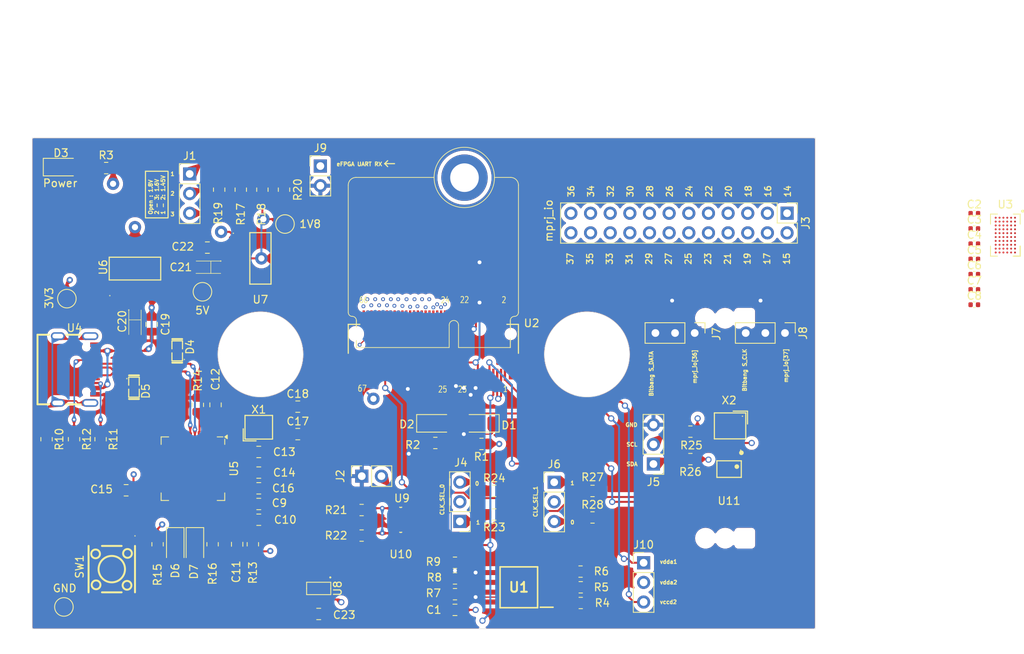
<source format=kicad_pcb>
(kicad_pcb (version 20240108) (generator "pcbnew") (generator_version "8.0")
  (title_block (title "FABulous Board") (rev "0.1"))
  (layers (0 "F.Cu" signal) (1 "In1.Cu" power "GND") (2 "In2.Cu" power "PWR") (31 "B.Cu" signal) (34 "B.Paste" user) (35 "F.Paste" user) (36 "B.SilkS" user "B.Silkscreen") (37 "F.SilkS" user "F.Silkscreen") (38 "B.Mask" user) (39 "F.Mask" user) (44 "Edge.Cuts" user))
  (net 0 "")
  (net 1 "+3V3")
  (net 2 "GND")
  (net 3 "/Caravel Connections/vdda2")
  (net 4 "/Caravel Connections/vccd2")
  (net 5 "+1V8")
  (net 6 "/Caravel Connections/vdda1")
  (net 7 "/PC connection/Oscillator/OSC1")
  (net 8 "/PC connection/Oscillator/OSC2")
  (net 9 "Net-(D1-A)")
  (net 10 "Net-(D2-A)")
  (net 11 "/Caravel Connections/GPIO")
  (net 12 "Net-(D6-A)")
  (net 13 "/Caravel_SPI.CS")
  (net 14 "/Caravel_SPI.DI")
  (net 15 "/Caravel Connections/mprj_io.37")
  (net 16 "Net-(J4-Pin_3)")
  (net 17 "/Caravel_SPI.SCK")
  (net 18 "/Caravel_SPI.DO")
  (net 19 "/~{UART_EN}")
  (net 20 "/PC connection/~{MR}")
  (net 21 "/FTDI_SPI.DO")
  (net 22 "/FTDI_SPI.SCK")
  (net 23 "/FTDI_SPI.DI")
  (net 24 "Net-(U4-CC2)")
  (net 25 "Net-(U4-CC1)")
  (net 26 "/FTDI_SPI.CS")
  (net 33 "/UART.RX")
  (net 34 "/UART.TX")
  (net 35 "+5V")
  (net 36 "/Caravel Connections/mprj_io.30")
  (net 37 "/Caravel Connections/mprj_io.14")
  (net 38 "/Caravel Connections/mprj_io.31")
  (net 39 "/Caravel Connections/mprj_io.28")
  (net 40 "/Caravel Connections/mprj_io.26")
  (net 41 "/Caravel Connections/mprj_io.23")
  (net 42 "/Caravel Connections/mprj_io.15")
  (net 43 "/Caravel Connections/mprj_io.32")
  (net 44 "/Caravel Connections/Bitbang.S_CLK")
  (net 45 "/Caravel Connections/mprj_io.22")
  (net 46 "/Caravel Connections/Bitbang.S_DATA")
  (net 47 "/Caravel Connections/mprj_io.35")
  (net 48 "/Caravel Connections/mprj_io.34")
  (net 49 "/Caravel Connections/mprj_io.29")
  (net 50 "/Caravel Connections/mprj_io.18")
  (net 51 "/Caravel Connections/mprj_io.24")
  (net 52 "/Caravel Connections/mprj_io.16")
  (net 53 "/Caravel Connections/mprj_io.19")
  (net 54 "/Caravel Connections/~{RST}")
  (net 55 "/Caravel Connections/mprj_io.25")
  (net 56 "/Caravel Connections/mprj_io.33")
  (net 57 "/Caravel Connections/mprj_io.27")
  (net 58 "/Caravel Connections/mprj_io.20")
  (net 59 "/Caravel Connections/mprj_io.17")
  (net 60 "/Caravel Connections/mprj_io.21")
  (net 70 "/efpga_uart_rx")
  (net 82 "/Power conversion/ADJ_1_45")
  (net 83 "/Power conversion/ADJ")
  (net 84 "/PC connection/~{RESET}")
  (net 85 "/PC connection/RX_LED")
  (net 86 "/PC connection/TX_LED")
  (net 87 "/PC connection/VCCCORE")
  (net 88 "/PC connection/VCCA")
  (net 89 "/PC connection/D-")
  (net 90 "/PC connection/D+")
  (net 91 "/PC connection/Shield")
  (net 92 "/PC connection/REF")
  (net 93 "Net-(D3-A)")
  (net 94 "Net-(D7-A)")
  (net 95 "/Caravel Connections/fpga_rx_led")
  (net 96 "/Power conversion/ADJ_1_6")
  (net 97 "Net-(U11-XB)")
  (net 100 "Net-(J4-Pin_1)")
  (net 101 "/FC.clock_select_0")
  (net 102 "/I2C.SCL")
  (net 103 "/I2C.SDA")
  (net 104 "Net-(J6-Pin_3)")
  (net 105 "/FC.clock_select_1")
  (net 106 "Net-(J6-Pin_1)")
  (net 107 "/Caravel Connections/mprj_io_37_internal")
  (net 108 "/Caravel Connections/mprj_io.36")
  (net 109 "/Caravel Connections/mprj_io_36_internal")
  (net 110 "Net-(U1-~{WP}(D2))")
  (net 111 "Net-(U1-~{HOLD}(D3))")
  (net 112 "/CLK_caravel")
  (net 113 "/FC.external_clock")
  (net 114 "Net-(U11-XA)")
  (footprint "Resistor_SMD:R_0805_2012Metric" (layer "F.Cu") (at 158.242 124.968)
    (property "Reference" "R8")
    (property "Value" "10k")
  )
  (footprint "MicroMod-Sparkfun:M.2-CONNECTOR-E" (layer "F.Cu") (at 155.448 93.345)
    (property "Reference" "U2")
    (property "Value" "~" (hide yes))
  )
  (footprint "Connector_PinHeader_2.54mm:PinHeader_1x03_P2.54mm_Vertical" (layer "F.Cu") (at 123.952 72.644)
    (property "Reference" "J1")
    (property "Value" "Conn_01x03_Pin")
  )
  (footprint "Resistor_SMD:R_0805_2012Metric" (layer "F.Cu") (at 163.322 113.65)
    (property "Reference" "R24")
    (property "Value" "R")
  )
  (footprint "Connector_PinSocket_2.54mm:PinSocket_1x02_P2.54mm_Vertical" (layer "F.Cu") (at 146.197 111.735 90)
    (property "Reference" "J2")
    (property "Value" "Conn_01x02_Socket")
  )
  (footprint "easy_eda:CASE-A_3216" (layer "F.Cu") (at 126.365 84.709 180)
    (property "Reference" "C21")
    (property "Value" "4.7uF")
  )
  (footprint "Caravel_Board:Caravel_WCSP_0_25_mm_bga" (layer "F.Cu") (at 229.382 80.554)
    (property "Reference" "U3")
    (property "Value" "~")
  )
  (footprint "Capacitor_SMD:C_0402_1005Metric" (layer "F.Cu") (at 225.372 77.7402)
    (property "Reference" "C2")
    (property "Value" "0.1uF")
  )
  (footprint "Connector_PinHeader_2.54mm:PinHeader_1x03_P2.54mm_Vertical" (layer "F.Cu") (at 171.069 112.522)
    (property "Reference" "J6")
    (property "Value" "Conn_01x03_Pin")
  )
  (footprint "Resistor_SMD:R_0805_2012Metric" (layer "F.Cu") (at 119.8007 120.545884 90)
    (property "Reference" "R15")
    (property "Value" "150")
  )
  (footprint "Resistor_SMD:R_0805_2012Metric" (layer "F.Cu") (at 176.022 113.65 180)
    (property "Reference" "R27")
    (property "Value" "R")
  )
  (footprint "Resistor_SMD:R_0805_2012Metric" (layer "F.Cu") (at 146.177 119.421)
    (property "Reference" "R22")
    (property "Value" "10k")
  )
  (footprint "Resistor_SMD:R_0805_2012Metric" (layer "F.Cu") (at 155.702 107.442)
    (property "Reference" "R2")
    (property "Value" "82 ")
  )
  (footprint "Resistor_SMD:R_0805_2012Metric" (layer "F.Cu") (at 127.762 74.676 -90)
    (property "Reference" "R19")
    (property "Value" "330")
  )
  (footprint "Caravel_Board:PoR_5_SOT23" (layer "F.Cu") (at 140.6287 126.260884 -90)
    (property "Reference" "U8")
    (property "Value" "MCP1319MT-29LE-OT")
  )
  (footprint "Resistor_SMD:R_0805_2012Metric" (layer "F.Cu") (at 163.322 116.698 180)
    (property "Reference" "R23")
    (property "Value" "R")
  )
  (footprint "MicroMod-Sparkfun:MicroMod-Standoff" (layer "F.Cu") (at 159.473675 73.1235)
    (property "Reference" "H1" (hide yes))
    (property "Value" "MICROMOD-Standoff")
  )
  (footprint "easy_eda:MSOP-10_L3.0-W3.0-P0.50-LS5.0-BL" (layer "F.Cu") (at 193.673966 110.820771 180)
    (property "Reference" "U11")
    (property "Value" "SI5351A-B-GTR")
  )
  (footprint "Capacitor_SMD:C_0402_1005Metric" (layer "F.Cu") (at 225.372 81.6802)
    (property "Reference" "C4")
    (property "Value" "0.1uF")
  )
  (footprint "Resistor_SMD:R_0805_2012Metric" (layer "F.Cu") (at 158.242 122.936)
    (property "Reference" "R9")
    (property "Value" "10k")
  )
  (footprint "Resistor_SMD:R_0805_2012Metric" (layer "F.Cu") (at 188.673442 105.972942 180)
    (property "Reference" "R25")
    (property "Value" "2k")
  )
  (footprint "Capacitor_SMD:C_0805_2012Metric" (layer "F.Cu") (at 132.8817 108.607884 180)
    (property "Reference" "C13")
    (property "Value" "0.1uF")
  )
  (footprint "Connector_PinHeader_2.54mm:PinHeader_1x03_P2.54mm_Vertical" (layer "F.Cu") (at 182.626 122.936)
    (property "Reference" "J10")
    (property "Value" "Conn_01x03_Pin")
  )
  (footprint "Resistor_SMD:R_0805_2012Metric" (layer "F.Cu") (at 132.1197 120.545884 90)
    (property "Reference" "R13")
    (property "Value" "10k ")
  )
  (footprint "easy_eda:SW_SMD_4P_L6.0_W6.0-P4.5-LS8.6" (layer "F.Cu") (at 113.882936 123.761873 -90)
    (property "Reference" "SW1")
    (property "Value" "Tactile Switch")
  )
  (footprint "easy_eda:USB-C-SMD_G-SWITCH_GT-USB-7010ASV" (layer "F.Cu") (at 109.312224 97.93991 -90)
    (property "Reference" "U4")
    (property "Value" "GT-USB-7010ASV")
  )
  (footprint "Capacitor_SMD:C_0805_2012Metric" (layer "F.Cu") (at 119.0387 92.097884 -90)
    (property "Reference" "C19")
    (property "Value" "10uF")
  )
  (footprint "strive_foot_prints:SOT65P210X110-5N" (layer "F.Cu") (at 151.2316 119.7766)
    (property "Reference" "U10")
    (property "Value" "SN74LVC1G125DCKR")
  )
  (footprint "Resistor_SMD:R_0805_2012Metric" (layer "F.Cu") (at 109.0057 106.956884 -90)
    (property "Reference" "R12")
    (property "Value" "5.1k")
  )
  (footprint "Capacitor_SMD:C_0805_2012Metric" (layer "F.Cu") (at 137.922 106.299 180)
    (property "Reference" "C17")
    (property "Value" "10pF")
  )
  (footprint "easy_eda:CASE-A_3216" (layer "F.Cu") (at 116.8797 91.843884 -90)
    (property "Reference" "C20")
    (property "Value" "22uF")
  )
  (footprint "Resistor_SMD:R_0805_2012Metric" (layer "F.Cu") (at 112.4347 106.956884 -90)
    (property "Reference" "R11")
    (property "Value" "5.1k")
  )
  (footprint "Resistor_SMD:R_0805_2012Metric" (layer "F.Cu") (at 174.498 128.143 180)
    (property "Reference" "R4")
    (property "Value" "10k")
  )
  (footprint "Resistor_SMD:R_0805_2012Metric" (layer "F.Cu") (at 126.9127 120.545884 90)
    (property "Reference" "R16")
    (property "Value" "150 ")
  )
  (footprint "TestPoint:TestPoint_Pad_D2.0mm" (layer "F.Cu") (at 136.271 79.121)
    (property "Reference" "TP4" (hide yes))
    (property "Value" "TestPoint")
  )
  (footprint "Resistor_SMD:R_0805_2012Metric" (layer "F.Cu") (at 174.4745 124.079 180)
    (property "Reference" "R6")
    (property "Value" "10k")
  )
  (footprint "Capacitor_SMD:C_0805_2012Metric" (layer "F.Cu") (at 127.2937 102.511884 -90)
    (property "Reference" "C12")
    (property "Value" "0.1uF")
  )
  (footprint "Capacitor_SMD:C_0805_2012Metric" (layer "F.Cu") (at 158.242 129.032)
    (property "Reference" "C1")
    (property "Value" "0.1uF")
  )
  (footprint "Resistor_SMD:R_0805_2012Metric" (layer "F.Cu") (at 130.556 74.676 -90)
    (property "Reference" "R17")
    (property "Value" "220")
  )
  (footprint "easy_eda:SOT-223-3_L6.5-W3.4-P2.30-LS7.0-BR" (layer "F.Cu") (at 116.8797 84.985884 -90)
    (property "Reference" "U6")
    (property "Value" "AMS1117-3_3")
  )
  (footprint "Capacitor_SMD:C_0402_1005Metric" (layer "F.Cu") (at 225.372 89.5602)
    (property "Reference" "C8")
    (property "Value" "0.1uF")
  )
  (footprint "strive_foot_prints:SOIC127P790X216-8N" (layer "F.Cu") (at 166.497 126.111 180)
    (property "Reference" "U1")
    (property "Value" "W25Q32FVSS" (hide yes))
  )
  (footprint "Resistor_SMD:R_0805_2012Metric" (layer "F.Cu") (at 158.242 127)
    (property "Reference" "R7")
    (property "Value" "10k")
  )
  (footprint "Capacitor_SMD:C_0805_2012Metric" (layer "F.Cu") (at 132.8817 115.338884)
    (property "Reference" "C9")
    (property "Value" "0.1uF")
  )
  (footprint "easy_eda:CRYSTAL-SMD_4P-L3.2-W2.5-BL" (layer "F.Cu") (at 193.800966 105.232771 180)
    (property "Reference" "X2")
    (property "Value" "NX3225GA-25_000M-STD-CRG-2")
  )
  (footprint "Connector_PinHeader_2.54mm:PinHeader_2x12_P2.54mm_Vertical" (layer "F.Cu") (at 201.168 77.724 -90)
    (property "Reference" "J3")
    (property "Value" "Conn_02x12_Odd_Even")
  )
  (footprint "Capacitor_SMD:C_0805_2012Metric" (layer "F.Cu") (at 115.7367 113.560884)
    (property "Reference" "C15")
    (property "Value" "0.1uF")
  )
  (footprint "Connector_PinHeader_2.54mm:PinHeader_1x03_P2.54mm_Vertical" (layer "F.Cu") (at 189.23 93.218 -90)
    (property "Reference" "J7")
    (property "Value" "Conn_01x03_Pin")
  )
  (footprint "Resistor_SMD:R_0805_2012Metric" (layer "F.Cu") (at 174.498 126.111 180)
    (property "Reference" "R5")
    (property "Value" "10k")
  )
  (footprint "Capacitor_SMD:C_0402_1005Metric" (layer "F.Cu") (at 225.372 79.7102)
    (property "Reference" "C3")
    (property "Value" "0.1uF")
  )
  (footprint "LED_SMD:LED_1206_3216Metric" (layer "F.Cu") (at 155.575 104.902)
    (property "Reference" "D2")
    (property "Value" "red")
  )
  (footprint "TestPoint:TestPoint_Pad_D2.0mm" (layer "F.Cu") (at 125.603 87.884 180)
    (property "Reference" "TP3" (hide yes))
    (property "Value" "TestPoint")
  )
  (footprint "Capacitor_SMD:C_0805_2012Metric" (layer "F.Cu") (at 132.8817 117.370884)
    (property "Reference" "C10")
    (property "Value" "0.1uF")
  )
  (footprint "Connector_PinHeader_2.54mm:PinHeader_1x02_P2.54mm_Vertical" (layer "F.Cu") (at 140.843 71.623)
    (property "Reference" "J9")
    (property "Value" "Conn_01x02_Pin")
  )
  (footprint "Connector_PinHeader_2.54mm:PinHeader_1x03_P2.54mm_Vertical" (layer "F.Cu") (at 158.877 117.587 180)
    (property "Reference" "J4")
    (property "Value" "Conn_01x03_Pin")
  )
  (footprint "Capacitor_SMD:C_0402_1005Metric" (layer "F.Cu") (at 225.372 85.6202)
    (property "Reference" "C6")
    (property "Value" "0.1uF")
  )
  (footprint "Capacitor_SMD:C_0805_2012Metric" (layer "F.Cu") (at 132.8817 111.274884 180)
    (property "Reference" "C14")
    (property "Value" "0.1uF")
  )
  (footprint "Resistor_SMD:R_0805_2012Metric" (layer "F.Cu") (at 136.144 74.676 -90)
    (property "Reference" "R20")
    (property "Value" "120")
  )
  (footprint "Capacitor_SMD:C_0805_2012Metric" (layer "F.Cu") (at 132.8817 113.306884 180)
    (property "Reference" "C16")
    (property "Value" "0.1uF")
  )
  (footprint "easy_eda:D0603-BI" (layer "F.Cu") (at 122.3407 95.526884 90)
    (property "Reference" "D4")
    (property "Value" "PGB1010603NR")
  )
  (footprint "TestPoint:TestPoint_Pad_D2.0mm" (layer "F.Cu") (at 107.696 128.651 90)
    (property "Reference" "TP1" (hide yes))
    (property "Value" "TestPoint")
  )
  (footprint "Resistor_SMD:R_0805_2012Metric" (layer "F.Cu") (at 188.673442 109.528942 180)
    (property "Reference" "R26")
    (property "Value" "2k")
  )
  (footprint "Connector_PinHeader_2.54mm:PinHeader_1x03_P2.54mm_Vertical" (layer "F.Cu") (at 200.899 93.218 -90)
    (property "Reference" "J8")
    (property "Value" "Conn_01x03_Pin")
  )
  (footprint "Resistor_SMD:R_0805_2012Metric" (layer "F.Cu") (at 113.157 71.882 180)
    (property "Reference" "R3")
    (property "Value" "82")
  )
  (footprint "strive_foot_prints:SOT65P210X110-5N" (layer "F.Cu") (at 151.2316 116.543)
    (property "Reference" "U9")
    (property "Value" "SN74LVC1G125DCKR")
  )
  (footprint "Resistor_SMD:R_0805_2012Metric" (layer "F.Cu") (at 125.0077 102.511884 -90)
    (property "Reference" "R14")
    (property "Value" "12K ")
  )
  (footprint "Capacitor_SMD:C_0805_2012Metric" (layer "F.Cu") (at 140.6287 129.562884)
    (property "Reference" "C23")
    (property "Value" "0.1uF")
  )
  (footprint "Connector_PinHeader_2.54mm:PinHeader_1x03_P2.54mm_Vertical" (layer "F.Cu") (at 183.895742 110.166058 180)
    (property "Reference" "J5")
    (property "Value" "Conn_01x03_Pin")
  )
  (footprint "Capacitor_SMD:C_0402_1005Metric" (layer "F.Cu") (at 225.372 87.5902)
    (property "Reference" "C7")
    (property "Value" "0.1uF")
  )
  (footprint "Capacitor_SMD:C_0805_2012Metric" (layer "F.Cu") (at 130.0877 120.545884 90)
    (property "Reference" "C11")
    (property "Value" "0.1uF")
  )
  (footprint "easy_eda:SOT-223-4_L6.5-W3.5-P2.30-LS7.0-BR" (layer "F.Cu") (at 133.096 83.566 180)
    (property "Reference" "U7")
    (property "Value" "SPX1117M3-L-1-5_TR")
  )
  (footprint "LED_SMD:LED_1206_3216Metric" (layer "F.Cu") (at 107.315 71.755)
    (property "Reference" "D3")
    (property "Value" "red")
  )
  (footprint "Capacitor_SMD:C_0402_1005Metric" (layer "F.Cu") (at 225.372 83.6502)
    (property "Reference" "C5")
    (property "Value" "0.1uF")
  )
  (footprint "LED_SMD:LED_1206_3216Metric" (layer "F.Cu") (at 161.671 104.902 180)
    (property "Reference" "D1")
    (property "Value" "red")
  )
  (footprint "Capacitor_SMD:C_0805_2012Metric" (layer "F.Cu") (at 137.922 102.743 180)
    (property "Reference" "C18")
    (property "Value" "10pF")
  )
  (footprint "Capacitor_SMD:C_0805_2012Metric" (layer "F.Cu") (at 126.238 82.169 180)
    (property "Reference" "C22")
    (property "Value" "10uF")
  )
  (footprint "easy_eda:CRYSTAL-SMD_4P-L2.5-W2.0-BL" (layer "F.Cu") (at 132.8817 105.41)
    (property "Reference" "X1")
    (property "Value" "TXM12M0004252DBCEO00T")
  )
  (footprint "Resistor_SMD:R_0805_2012Metric" (layer "F.Cu") (at 176.022 117.079)
    (property "Reference" "R28")
    (property "Value" "R")
  )
  (footprint "Resistor_SMD:R_0805_2012Metric" (layer "F.Cu") (at 105.4497 106.956884 -90)
    (property "Reference" "R10")
    (property "Value" "0")
  )
  (footprint "Resistor_SMD:R_0805_2012Metric" (layer "F.Cu") (at 133.35 74.676 90)
    (property "Reference" "R18")
    (property "Value" "510")
  )
  (footprint "LED_SMD:LED_1206_3216Metric" (layer "F.Cu") (at 122.0867 120.672884 -90)
    (property "Reference" "D6")
    (property "Value" "red")
  )
  (footprint "Resistor_SMD:R_0805_2012Metric" (layer "F.Cu") (at 161.671 107.569 180)
    (property "Reference" "R1")
    (property "Value" "82 ")
  )
  (footprint "TestPoint:TestPoint_Pad_D2.0mm" (layer "F.Cu") (at 108.077 88.773 90)
    (property "Reference" "TP2" (hide yes))
    (property "Value" "TestPoint")
  )
  (footprint "LED_SMD:LED_1206_3216Metric" (layer "F.Cu") (at 124.6267 120.672884 -90)
    (property "Reference" "D7")
    (property "Value" "red")
  )
  (footprint "easy_eda:D0603-BI" (layer "F.Cu") (at 116.7527 100.225884 -90)
    (property "Reference" "D5")
    (property "Value" "PGB1010603NR")
  )
  (footprint "Package_DFN_QFN:QFN-48-1EP_8x8mm_P0.5mm_EP6.2x6.2mm" (layer "F.Cu") (at 124.3727 110.766884 -90)
    (property "Reference" "U5")
    (property "Value" "FT232H")
  )
  (footprint "Resistor_SMD:R_0805_2012Metric" (layer "F.Cu") (at 146.177 116.119)
    (property "Reference" "R21")
    (property "Value" "10k")
  )
  (gr_line (start 149.1615 71.3105) (end 150.4315 71.3105) (stroke (width 0.15)) (layer "F.SilkS"))
  (gr_line (start 149.1615 71.3105) (end 149.5425 71.6915) (stroke (width 0.15)) (layer "F.SilkS"))
  (gr_line (start 149.1615 71.3105) (end 149.5425 70.9295) (stroke (width 0.15)) (layer "F.SilkS"))
  (gr_rect (start 103.6057 67.976884) (end 204.8057 131.476884) (stroke (width 0.05)) (fill none) (layer "Edge.Cuts"))
  (gr_circle (center 133.1057 95.976884) (end 138.6057 95.976884) (stroke (width 0.05)) (fill none) (layer "Edge.Cuts"))
  (gr_circle (center 175.3057 95.976884) (end 180.8057 95.976884) (stroke (width 0.05)) (fill none) (layer "Edge.Cuts"))
  (gr_text "mprj_io[37]" (at 201.026 99.695 90) (layer "F.SilkS") (effects (font (size 0.5 0.5) (thickness 0.125)) (justify left)))
  (gr_text "SCL" (at 180.339742 107.641058 0) (layer "F.SilkS") (effects (font (size 0.5 0.5) (thickness 0.125)) (justify left)))
  (gr_text "3" (at 121.412 77.851 0) (layer "F.SilkS") (effects (font (size 0.5 0.5) (thickness 0.125)) (justify left)))
  (gr_text "1" (at 160.909 117.729 0) (layer "F.SilkS") (effects (font (size 0.5 0.5) (thickness 0.125)) (justify left)))
  (gr_text "GND" (at 180.212742 105.101058 0) (layer "F.SilkS") (effects (font (size 0.5 0.5) (thickness 0.125)) (justify left)))
  (gr_text "GND" (at 106.172 126.238 0) (layer "F.SilkS") (effects (font (size 1 1)) (justify left)))
  (gr_text "0" (at 161.417 112.649 180) (layer "F.SilkS") (effects (font (size 0.5 0.5) (thickness 0.125)) (justify left)))
  (gr_text "SDA" (at 180.339742 110.181058 0) (layer "F.SilkS") (effects (font (size 0.5 0.5) (thickness 0.125)) (justify left)))
  (gr_text "CLK_SEL_1" (at 168.656 117.094 90) (layer "F.SilkS") (effects (font (size 0.5 0.5) (thickness 0.125)) (justify left)))
  (gr_text "Power" (at 104.902 74.422 0) (layer "F.SilkS") (effects (font (size 1 1)) (justify left bottom)))
  (gr_text "mprj_io" (at 170.942 81.534 90) (layer "F.SilkS") (effects (font (size 1 1)) (justify left bottom)))
  (gr_text "0" (at 173.101 117.714 0) (layer "F.SilkS") (effects (font (size 0.5 0.5) (thickness 0.125)) (justify left)))
  (gr_text "5V\n" (at 124.587 90.297 0) (layer "F.SilkS") (effects (font (size 1 1)) (justify left)))
  (gr_text "Bitbang S_DATA" (at 183.627 101.473 90) (layer "F.SilkS") (effects (font (size 0.5 0.5) (thickness 0.125)) (justify left)))
  (gr_text "vdda1" (at 184.658 122.809 0) (layer "F.SilkS") (effects (font (size 0.5 0.5) (thickness 0.125)) (justify left)))
  (gr_text "eFPGA UART RX" (at 142.875 71.374 0) (layer "F.SilkS") (effects (font (size 0.5 0.5) (thickness 0.125)) (justify left)))
  (gr_text "mprj_io[36]" (at 189.23 99.822 90) (layer "F.SilkS") (effects (font (size 0.5 0.5) (thickness 0.125)) (justify left)))
  (gr_text "Bitbang S_CLK" (at 195.692 100.838 90) (layer "F.SilkS") (effects (font (size 0.5 0.5) (thickness 0.125)) (justify left)))
  (gr_text "1V8" (at 138.049 79.121 0) (layer "F.SilkS") (effects (font (size 1 1)) (justify left)))
  (gr_text "3V3" (at 105.791 90.17 90) (layer "F.SilkS") (effects (font (size 1 1)) (justify left)))
  (gr_text "vccd2" (at 184.658 128.016 0) (layer "F.SilkS") (effects (font (size 0.5 0.5) (thickness 0.125)) (justify left)))
  (gr_text "1" (at 121.412 72.644 0) (layer "F.SilkS") (effects (font (size 0.5 0.5) (thickness 0.125)) (justify left)))
  (gr_text "CLK_SEL_0" (at 156.591 116.84 90) (layer "F.SilkS") (effects (font (size 0.5 0.5) (thickness 0.125)) (justify left)))
  (gr_text "1" (at 173.101 112.634 0) (layer "F.SilkS") (effects (font (size 0.5 0.5) (thickness 0.125)) (justify left)))
  (gr_text "2" (at 121.412 75.184 0) (layer "F.SilkS") (effects (font (size 0.5 0.5) (thickness 0.125)) (justify left)))
  (gr_text "vdda2" (at 184.658 125.476 0) (layer "F.SilkS") (effects (font (size 0.5 0.5) (thickness 0.125)) (justify left)))
  (gr_text_box "37\n\n35\n\n33\n\n31\n\n29\n\n27\n\n25\n\n23\n\n21\n\n19\n\n17\n\n15" (start 172.085 82.169) (end 202.057 89.916) (angle 90) (layer "F.SilkS") (effects (font (size 0.79 0.79)) (justify right top)) (border no))
  (gr_text_box "Open : 1.8V\n2 - 3: 1.6V\n1 - 2: 1.45V" (start 118.237 72.29475) (end 121.158 78.32725) (angle 90) (layer "F.SilkS") (effects (font (size 0.5 0.5) (thickness 0.125)) (justify left top)) (border yes) (stroke (width 0.15)))
  (gr_text_box "36\n\n34\n\n32\n\n30\n\n28\n\n26\n\n24\n\n22\n\n20\n\n18\n\n16\n\n14" (start 172.212 66.1924) (end 202.692 76.327) (angle 90) (layer "F.SilkS") (effects (font (size 0.79 0.79)) (justify left top)) (border no))
  (segment (start 114.0695 73.8905) (end 114.046 73.914) (width 0.254) (layer "F.Cu") (net 1))
  (segment (start 108.077 88.773) (end 108.077 86.741) (width 0.254) (layer "F.Cu") (net 1))
  (segment (start 128.2477 112.016884) (end 131.1897 112.016884) (width 0.254) (layer "F.Cu") (net 1))
  (segment (start 126.1227 106.891884) (end 126.1227 104.632884) (width 0.254) (layer "F.Cu") (net 1))
  (segment (start 190.935942 109.528942) (end 191.008 109.601) (width 0.254) (layer "F.Cu") (net 1))
  (segment (start 131.1417 112.516884) (end 131.9317 113.306884) (width 0.254) (layer "F.Cu") (net 1))
  (segment (start 119.8007 118.5783) (end 120.396 117.983) (width 0.254) (layer "F.Cu") (net 1))
  (segment (start 116.7307 113.516884) (end 116.6867 113.560884) (width 0.254) (layer "F.Cu") (net 1))
  (segment (start 126.1227 104.632884) (end 127.2937 103.461884) (width 0.254) (layer "F.Cu") (net 1))
  (segment (start 119.8007 119.633384) (end 119.8007 118.5783) (width 0.254) (layer "F.Cu") (net 1))
  (segment (start 160.208 128.016) (end 159.192 129.032) (width 0.254) (layer "F.Cu") (net 1))
  (segment (start 162.897 128.016) (end 160.208 128.016) (width 0.254) (layer "F.Cu") (net 1))
  (segment (start 141.5787 129.562884) (end 141.5787 127.685884) (width 0.254) (layer "F.Cu") (net 1))
  (segment (start 194.673966 107.840034) (end 195.072 107.442) (width 0.254) (layer "F.Cu") (net 1))
  (segment (start 157.3295 127.1695) (end 157.3295 127) (width 0.254) (layer "F.Cu") (net 1))
  (segment (start 116.8797 82.015907) (end 116.8797 79.524884) (width 0.508) (layer "F.Cu") (net 1))
  (segment (start 114.0695 71.882) (end 114.0695 73.8905) (width 0.254) (layer "F.Cu") (net 1))
  (segment (start 131.1897 112.016884) (end 131.9317 111.274884) (width 0.254) (layer "F.Cu") (net 1))
  (segment (start 132.1197 121.458384) (end 134.319616 121.458384) (width 0.254) (layer "F.Cu") (net 1))
  (segment (start 195.072 107.442) (end 196.596 107.442) (width 0.254) (layer "F.Cu") (net 1))
  (segment (start 189.585942 105.972942) (end 189.585942 104.292058) (width 0.254) (layer "F.Cu") (net 1))
  (segment (start 131.9317 108.607884) (end 131.5227 109.016884) (width 0.1524) (layer "F.Cu") (net 1))
  (segment (start 164.198 98.62) (end 164.198 101.359) (width 0.254) (layer "F.Cu") (net 1))
  (segment (start 194.673966 108.710789) (end 194.673966 107.840034) (width 0.254) (layer "F.Cu") (net 1))
  (segment (start 189.585942 104.292058) (end 189.611 104.267) (width 0.254) (layer "F.Cu") (net 1))
  (segment (start 157.3295 124.968) (end 157.3295 127) (width 0.1016) (layer "F.Cu") (net 1))
  (segment (start 160.948 92.417) (end 160.655 92.71) (width 0.254) (layer "F.Cu") (net 1))
  (segment (start 116.8797 90.643986) (end 116.8797 87.955836) (width 0.254) (layer "F.Cu") (net 1))
  (segment (start 157.3295 122.936) (end 157.3295 124.968) (width 0.1016) (layer "F.Cu") (net 1))
  (segment (start 134.319616 121.458384) (end 134.366 121.412) (width 0.254) (layer "F.Cu") (net 1))
  (segment (start 128.2477 109.016884) (end 131.5227 109.016884) (width 0.254) (layer "F.Cu") (net 1))
  (segment (start 120.4977 113.516884) (end 116.7307 113.516884) (width 0.254) (layer "F.Cu") (net 1))
  (segment (start 162.5835 107.569) (end 163.957 107.569) (width 0.254) (layer "F.Cu") (net 1))
  (segment (start 160.948 91.07) (end 160.948 92.417) (width 0.254) (layer "F.Cu") (net 1))
  (segment (start 116.8797 87.955836) (end 116.8797 82.015907) (width 0.254) (layer "F.Cu") (net 1))
  (segment (start 159.192 129.032) (end 157.3295 127.1695) (width 0.254) (layer "F.Cu") (net 1))
  (segment (start 116.6867 111.5323) (end 116.713 111.506) (width 0.254) (layer "F.Cu") (net 1))
  (segment (start 189.585942 109.528942) (end 190.935942 109.528942) (width 0.254) (layer "F.Cu") (net 1))
  (segment (start 128.2477 112.516884) (end 131.1417 112.516884) (width 0.254) (layer "F.Cu") (net 1))
  (segment (start 143.1967 127.685884) (end 143.5497 128.038884) (width 0.254) (layer "F.Cu") (net 1))
  (segment (start 163.698 98.62) (end 163.698 101.595) (width 0.254) (layer "F.Cu") (net 1))
  (segment (start 164.198 101.359) (end 163.83 101.727) (width 0.254) (layer "F.Cu") (net 1))
  (segment (start 163.698 101.595) (end 163.83 101.727) (width 0.254) (layer "F.Cu") (net 1))
  (segment (start 108.077 86.741) (end 108.458 86.36) (width 0.254) (layer "F.Cu") (net 1))
  (segment (start 159.192 129.032) (end 160.909 129.032) (width 0.254) (layer "F.Cu") (net 1))
  (segment (start 141.5787 127.685884) (end 143.1967 127.685884) (width 0.254) (layer "F.Cu") (net 1))
  (segment (start 116.6867 113.560884) (end 116.6867 111.5323) (width 0.254) (layer "F.Cu") (net 1))
  (via (at 189.611 104.267) (size 0.8) (drill 0.5) (layers "F.Cu" "B.Cu") (net 1))
  (via (at 163.83 101.727) (size 0.8) (drill 0.5) (layers "F.Cu" "B.Cu") (net 1))
  (via (at 191.008 109.601) (size 0.8) (drill 0.5) (layers "F.Cu" "B.Cu") (net 1))
  (via (at 116.8797 79.524884) (size 1.6) (drill 0.8) (layers "F.Cu" "B.Cu") (net 1))
  (via (at 134.366 121.412) (size 0.8) (drill 0.4) (layers "F.Cu" "B.Cu") (net 1))
  (via (at 196.596 107.442) (size 0.8) (drill 0.5) (layers "F.Cu" "B.Cu") (net 1))
  (via (at 143.5497 128.038884) (size 0.8) (drill 0.5) (layers "F.Cu" "B.Cu") (net 1))
  (via (at 163.957 107.569) (size 0.8) (drill 0.4) (layers "F.Cu" "B.Cu") (net 1))
  (via (at 160.909 129.032) (size 0.8) (drill 0.5) (layers "F.Cu" "B.Cu") (net 1))
  (via (at 116.713 111.506) (size 0.8) (drill 0.4) (layers "F.Cu" "B.Cu") (net 1))
  (via (at 108.458 86.36) (size 0.8) (drill 0.4) (layers "F.Cu" "B.Cu") (net 1))
  (via (at 160.655 92.71) (size 0.8) (drill 0.5) (layers "F.Cu" "B.Cu") (net 1))
  (via (at 114.046 73.914) (size 1.6) (drill 0.8) (layers "F.Cu" "B.Cu") (net 1))
  (via (at 120.396 117.983) (size 0.8) (drill 0.4) (layers "F.Cu" "B.Cu") (net 1))
  (segment (start 179.705 102.108) (end 180.213 102.616) (width 0.254) (layer "F.Cu") (net 4))
  (segment (start 164.698 98.62) (end 164.698 99.245) (width 0.254) (layer "F.Cu") (net 4))
  (segment (start 164.698 99.245) (end 167.561 102.108) (width 0.254) (layer "F.Cu") (net 4))
  (segment (start 180.721 127) (end 180.721 127.381) (width 0.254) (layer "F.Cu") (net 4))
  (segment (start 167.561 102.108) (end 179.705 102.108) (width 0.254) (layer "F.Cu") (net 4))
  (segment (start 180.721 127.381) (end 181.356 128.016) (width 0.254) (layer "F.Cu") (net 4))
  (segment (start 181.356 128.016) (end 182.626 128.016) (width 0.254) (layer "F.Cu") (net 4))
  (via (at 180.213 102.616) (size 0.8) (drill 0.5) (layers "F.Cu" "B.Cu") (net 4))
  (via (at 180.721 127) (size 0.8) (drill 0.5) (layers "F.Cu" "B.Cu") (net 4))
  (segment (start 180.213 102.616) (end 180.717 103.12) (width 0.254) (layer "B.Cu") (net 4))
  (segment (start 180.717 126.996) (end 180.721 127) (width 0.254) (layer "B.Cu") (net 4))
  (segment (start 180.717 103.12) (end 180.717 126.996) (width 0.254) (layer "B.Cu") (net 4))
  (segment (start 156.464 97.028) (end 160.909 97.028) (width 0.254) (layer "F.Cu") (net 5))
  (segment (start 133.477 77.851) (end 133.35 77.724) (width 0.254) (layer "F.Cu") (net 5))
  (segment (start 127.188 82.169) (end 128.585 83.566) (width 0.254) (layer "F.Cu") (net 5))
  (segment (start 135.9309 83.566) (end 160.909 83.566) (width 0.254) (layer "F.Cu") (net 5))
  (segment (start 160.909 97.028) (end 161.198 97.317) (width 0.254) (layer "F.Cu") (net 5))
  (segment (start 156.198 98.62) (end 156.198 97.294) (width 0.254) (layer "F.Cu") (net 5))
  (segment (start 135.636 78.486) (end 136.271 79.121) (width 0.254) (layer "F.Cu") (net 5))
  (segment (start 133.477 78.486) (end 135.636 78.486) (width 0.254) (layer "F.Cu") (net 5))
  (segment (start 130.2611 83.566) (end 133.223 83.566) (width 0.254) (layer "F.Cu") (net 5))
  (segment (start 161.198 97.317) (end 161.198 98.62) (width 0.254) (layer "F.Cu") (net 5))
  (segment (start 161.417 89.281) (end 161.417 91.039) (width 0.254) (layer "F.Cu") (net 5))
  (segment (start 156.198 97.294) (end 156.464 97.028) (width 0.254) (layer "F.Cu") (net 5))
  (segment (start 161.417 91.039) (end 161.448 91.07) (width 0.254) (layer "F.Cu") (net 5))
  (segment (start 135.9309 83.566) (end 133.223 83.566) (width 0.254) (layer "F.Cu") (net 5))
  (segment (start 133.35 77.724) (end 133.35 75.5885) (width 0.254) (layer "F.Cu") (net 5))
  (segment (start 128.585 83.566) (end 130.2611 83.566) (width 0.254) (layer "F.Cu") (net 5))
  (segment (start 133.477 78.486) (end 133.477 77.851) (width 0.254) (layer "F.Cu") (net 5))
  (segment (start 160.909 83.566) (end 161.417 84.074) (width 0.254) (layer "F.Cu") (net 5))
  (via (at 133.477 78.486) (size 1.6) (drill 0.8) (layers "F.Cu" "B.Cu") (net 5))
  (via (at 161.417 84.074) (size 0.8) (drill 0.5) (layers "F.Cu" "B.Cu") (net 5))
  (via (at 160.909 97.028) (size 0.8) (drill 0.5) (layers "F.Cu" "B.Cu") (net 5))
  (via (at 161.417 89.281) (size 0.8) (drill 0.5) (layers "F.Cu" "B.Cu") (net 5))
  (via (at 133.223 83.566) (size 1.6) (drill 0.8) (layers "F.Cu" "B.Cu") (net 5))
  (segment (start 133.477 78.486) (end 133.223 78.74) (width 0.254) (layer "B.Cu") (net 5))
  (segment (start 161.417 96.52) (end 160.909 97.028) (width 0.254) (layer "B.Cu") (net 5))
  (segment (start 161.417 96.52) (end 161.417 89.281) (width 0.254) (layer "B.Cu") (net 5))
  (segment (start 161.417 84.074) (end 161.417 89.281) (width 0.254) (layer "B.Cu") (net 5))
  (segment (start 133.223 78.74) (end 133.223 83.566) (width 0.254) (layer "B.Cu") (net 5))
  (segment (start 156.698 100.818) (end 156.698 98.62) (width 0.254) (layer "F.Cu") (net 6))
  (segment (start 159.512 103.632) (end 156.698 100.818) (width 0.254) (layer "F.Cu") (net 6))
  (segment (start 178.435 104.267) (end 177.8 103.632) (width 0.254) (layer "F.Cu") (net 6))
  (segment (start 181.102 122.936) (end 182.626 122.936) (width 0.254) (layer "F.Cu") (net 6))
  (segment (start 180.594 122.428) (end 181.102 122.936) (width 0.254) (layer "F.Cu") (net 6))
  (segment (start 177.8 103.632) (end 159.512 103.632) (width 0.254) (layer "F.Cu") (net 6))
  (segment (start 180.086 122.428) (end 180.594 122.428) (width 0.254) (layer "F.Cu") (net 6))
  (via (at 180.086 122.428) (size 0.8) (drill 0.5) (layers "F.Cu" "B.Cu") (net 6))
  (via (at 178.435 104.267) (size 0.8) (drill 0.5) (layers "F.Cu" "B.Cu") (net 6))
  (segment (start 179.451 121.793) (end 180.086 122.428) (width 0.254) (layer "B.Cu") (net 6))
  (segment (start 178.435 104.267) (end 179.451 105.283) (width 0.254) (layer "B.Cu") (net 6))
  (segment (start 179.451 105.283) (end 179.451 121.793) (width 0.254) (layer "B.Cu") (net 6))
  (segment (start 127.432636 105.928948) (end 131.700622 105.928948) (width 0.254) (layer "F.Cu") (net 7))
  (segment (start 131.931738 106.277738) (end 132.706938 107.052938) (width 0.254) (layer "F.Cu") (net 7))
  (segment (start 127.1227 106.891884) (end 127.1227 106.238884) (width 0.254) (layer "F.Cu") (net 7))
  (segment (start 136.218062 107.052938) (end 136.972 106.299) (width 0.254) (layer "F.Cu") (net 7))
  (segment (start 131.700622 105.928948) (end 131.931738 106.160064) (width 0.254) (layer "F.Cu") (net 7))
  (segment (start 127.1227 106.238884) (end 127.432636 105.928948) (width 0.254) (layer "F.Cu") (net 7))
  (segment (start 131.931738 106.160064) (end 131.931738 106.277738) (width 0.254) (layer "F.Cu") (net 7))
  (segment (start 132.706938 107.052938) (end 136.218062 107.052938) (width 0.254) (layer "F.Cu") (net 7))
  (segment (start 133.858 102.235) (end 136.464 102.235) (width 0.254) (layer "F.Cu") (net 8))
  (segment (start 136.464 102.235) (end 136.972 102.743) (width 0.254) (layer "F.Cu") (net 8))
  (segment (start 126.6227 106.103884) (end 130.491584 102.235) (width 0.254) (layer "F.Cu") (net 8))
  (segment (start 133.831662 104.659936) (end 134.112 104.379598) (width 0.254) (layer "F.Cu") (net 8))
  (segment (start 130.491584 102.235) (end 133.858 102.235) (width 0.254) (layer "F.Cu") (net 8))
  (segment (start 126.6227 106.891884) (end 126.6227 106.103884) (width 0.254) (layer "F.Cu") (net 8))
  (segment (start 134.112 102.489) (end 133.858 102.235) (width 0.254) (layer "F.Cu") (net 8))
  (segment (start 134.112 104.379598) (end 134.112 102.489) (width 0.254) (layer "F.Cu") (net 8))
  (segment (start 163.071 106.169) (end 163.071 104.902) (width 0.1524) (layer "F.Cu") (net 11))
  (segment (start 162.941 106.299) (end 163.071 106.169) (width 0.1524) (layer "F.Cu") (net 11))
  (segment (start 159.698 98.62) (end 159.698 100.017) (width 0.1524) (layer "F.Cu") (net 11))
  (segment (start 159.698 100.017) (end 159.385 100.33) (width 0.1524) (layer "F.Cu") (net 11))
  (segment (start 159.385 106.299) (end 162.941 106.299) (width 0.1524) (layer "F.Cu") (net 11))
  (via (at 159.385 100.33) (size 0.8) (drill 0.5) (layers "F.Cu" "B.Cu") (net 11))
  (via (at 159.385 106.299) (size 0.8) (drill 0.5) (layers "F.Cu" "B.Cu") (net 11))
  (segment (start 159.385 100.33) (end 159.385 106.299) (width 0.1524) (layer "B.Cu") (net 11))
  (segment (start 119.8007 121.458384) (end 121.4722 121.458384) (width 0.254) (layer "F.Cu") (net 12))
  (segment (start 121.4722 121.458384) (end 122.0867 122.072884) (width 0.254) (layer "F.Cu") (net 12))
  (segment (start 173.4585 128.016) (end 173.5855 128.143) (width 0.254) (layer "F.Cu") (net 13))
  (segment (start 170.097 128.016) (end 173.4585 128.016) (width 0.254) (layer "F.Cu") (net 13))
  (segment (start 160.198 98.62) (end 160.198 101.143) (width 0.1524) (layer "F.Cu") (net 14))
  (segment (start 169.462 127.381) (end 170.097 126.746) (width 0.1524) (layer "F.Cu") (net 14))
  (segment (start 172.9505 126.746) (end 173.5855 126.111) (width 0.254) (layer "F.Cu") (net 14))
  (segment (start 160.198 101.143) (end 160.274 101.219) (width 0.1524) (layer "F.Cu") (net 14))
  (segment (start 160.909 127.381) (end 169.462 127.381) (width 0.1524) (layer "F.Cu") (net 14))
  (segment (start 170.097 126.746) (end 172.9505 126.746) (width 0.254) (layer "F.Cu") (net 14))
  (via (at 160.909 127.381) (size 0.8) (drill 0.5) (layers "F.Cu" "B.Cu") (net 14))
  (via (at 160.274 101.219) (size 0.8) (drill 0.5) (layers "F.Cu" "B.Cu") (net 14))
  (segment (start 160.274 101.219) (end 160.274 126.746) (width 0.1524) (layer "B.Cu") (net 14))
  (segment (start 160.274 126.746) (end 160.909 127.381) (width 0.1524) (layer "B.Cu") (net 14))
  (segment (start 158.877 112.507) (end 161.2665 112.507) (width 0.254) (layer "F.Cu") (net 16))
  (segment (start 161.2665 112.507) (end 162.4095 113.65) (width 0.254) (layer "F.Cu") (net 16))
  (segment (start 159.198 98.62) (end 159.198 99.247) (width 0.1524) (layer "F.Cu") (net 17))
  (segment (start 158.242 124.0555) (end 159.1545 124.968) (width 0.1524) (layer "F.Cu") (net 17))
  (segment (start 158.242 123.952) (end 158.242 124.0555) (width 0.1524) (layer "F.Cu") (net 17))
  (segment (start 159.6625 125.476) (end 159.1545 124.968) (width 0.254) (layer "F.Cu") (net 17))
  (segment (start 162.897 125.476) (end 159.6625 125.476) (width 0.254) (layer "F.Cu") (net 17))
  (segment (start 159.198 99.247) (end 158.369 100.076) (width 0.1524) (layer "F.Cu") (net 17))
  (via (at 158.242 123.952) (size 0.8) (drill 0.5) (layers "F.Cu" "B.Cu") (net 17))
  (via (at 158.369 100.076) (size 0.8) (drill 0.5) (layers "F.Cu" "B.Cu") (net 17))
  (segment (start 158.369 100.076) (end 157.7508 100.6942) (width 0.1524) (layer "B.Cu") (net 17))
  (segment (start 157.7508 123.4608) (end 158.242 123.952) (width 0.1524) (layer "B.Cu") (net 17))
  (segment (start 157.7508 100.6942) (end 157.7508 123.4608) (width 0.1524) (layer "B.Cu") (net 17))
  (segment (start 160.782 100.203) (end 160.909 100.33) (width 0.1524) (layer "F.Cu") (net 18))
  (segment (start 160.698 100.119) (end 160.782 100.203) (width 0.1524) (layer "F.Cu") (net 18))
  (segment (start 160.909 124.206) (end 160.4245 124.206) (width 0.254) (layer "F.Cu") (net 18))
  (segment (start 160.698 98.62) (end 160.698 100.119) (width 0.1524) (layer "F.Cu") (net 18))
  (segment (start 162.897 124.206) (end 160.909 124.206) (width 0.254) (layer "F.Cu") (net 18))
  (segment (start 160.4245 124.206) (end 159.1545 122.936) (width 0.254) (layer "F.Cu") (net 18))
  (via (at 160.909 100.33) (size 0.8) (drill 0.5) (layers "F.Cu" "B.Cu") (net 18))
  (via (at 160.909 124.206) (size 0.8) (drill 0.5) (layers "F.Cu" "B.Cu") (net 18))
  (segment (start 160.909 100.33) (end 160.909 124.206) (width 0.1524) (layer "B.Cu") (net 18))
  (segment (start 147.3259 115.8826) (end 147.0895 116.119) (width 0.254) (layer "F.Cu") (net 19))
  (segment (start 150.1902 115.8826) (end 147.3259 115.8826) (width 0.254) (layer "F.Cu") (net 19))
  (segment (start 149.733 115.103) (end 149.733 112.731) (width 0.254) (layer "F.Cu") (net 19))
  (segment (start 150.1902 115.8826) (end 150.1902 115.5602) (width 0.254) (layer "F.Cu") (net 19))
  (segment (start 150.1902 115.5602) (end 149.733 115.103) (width 0.254) (layer "F.Cu") (net 19))
  (segment (start 149.733 112.731) (end 148.737 111.735) (width 0.254) (layer "F.Cu") (net 19))
  (segment (start 148.844 119.1162) (end 147.3943 119.1162) (width 0.254) (layer "F.Cu") (net 19))
  (segment (start 147.3943 119.1162) (end 147.0895 119.421) (width 0.254) (layer "F.Cu") (net 19))
  (segment (start 150.1902 119.1162) (end 148.844 119.1162) (width 0.254) (layer "F.Cu") (net 19))
  (via (at 148.844 115.8826) (size 0.6) (drill 0.3) (layers "F.Cu" "B.Cu") (net 19))
  (via (at 148.844 119.1162) (size 0.6) (drill 0.3) (layers "F.Cu" "B.Cu") (net 19))
  (segment (start 148.844 115.8826) (end 148.844 119.1162) (width 0.254) (layer "B.Cu") (net 19))
  (segment (start 139.602584 127.762) (end 139.6787 127.685884) (width 0.254) (layer "F.Cu") (net 20))
  (segment (start 116.116763 127.685884) (end 116.081636 127.721011) (width 0.254) (layer "F.Cu") (net 20))
  (segment (start 116.132872 119.762) (end 116.132872 119.669775) (width 0.254) (layer "F.Cu") (net 20))
  (segment (start 116.132872 127.762) (end 139.602584 127.762) (width 0.254) (layer "F.Cu") (net 20))
  (segment (start 121.160763 114.641884) (end 121.6227 114.641884) (width 0.254) (layer "F.Cu") (net 20))
  (segment (start 116.132872 119.669775) (end 121.160763 114.641884) (width 0.254) (layer "F.Cu") (net 20))
  (segment (start 152.198 98.62) (end 152.198 100.405) (width 0.1524) (layer "F.Cu") (net 21))
  (segment (start 152.198 100.405) (end 152.146 100.457) (width 0.1524) (layer "F.Cu") (net 21))
  (via (at 152.146 100.457) (size 0.8) (drill 0.5) (layers "F.Cu" "B.Cu") (net 21))
  (via (at 152.273 108.839) (size 0.8) (drill 0.5) (layers "F.Cu" "B.Cu") (net 21))
  (segment (start 152.146 100.457) (end 152.146 108.712) (width 0.1524) (layer "B.Cu") (net 21))
  (segment (start 152.146 108.712) (end 152.273 108.839) (width 0.1524) (layer "B.Cu") (net 21))
  (segment (start 112.384713 99.726922) (end 112.4347 99.776909) (width 0.2) (layer "F.Cu") (net 24))
  (segment (start 112.4347 104.416884) (end 112.4347 106.044384) (width 0.2) (layer "F.Cu") (net 24))
  (segment (start 112.3077 104.543884) (end 112.4347 104.416884) (width 0.2) (layer "F.Cu") (net 24))
  (via (at 112.4347 99.776909) (size 0.6) (drill 0.3) (layers "F.Cu" "B.Cu") (net 24))
  (via (at 112.4347 104.416884) (size 0.6) (drill 0.3) (layers "F.Cu" "B.Cu") (net 24))
  (segment (start 112.4347 99.776909) (end 112.4347 104.416884) (width 0.2) (layer "B.Cu") (net 24))
  (segment (start 109.0057 104.416884) (end 109.0057 106.044384) (width 0.2) (layer "F.Cu") (net 25))
  (segment (start 109.2597 96.923884) (end 109.456662 96.726922) (width 0.2) (layer "F.Cu") (net 25))
  (segment (start 109.456662 96.726922) (end 111.005725 96.726922) (width 0.2) (layer "F.Cu") (net 25))
  (via (at 109.0057 104.416884) (size 0.6) (drill 0.3) (layers "F.Cu" "B.Cu") (net 25))
  (via (at 109.2597 96.923884) (size 0.6) (drill 0.3) (layers "F.Cu" "B.Cu") (net 25))
  (segment (start 109.03571 104.386874) (end 109.0057 104.416884) (width 0.2) (layer "B.Cu") (net 25))
  (segment (start 109.03571 97.147874) (end 109.03571 104.386874) (width 0.2) (layer "B.Cu") (net 25))
  (segment (start 109.2597 96.923884) (end 109.03571 97.147874) (width 0.2) (layer "B.Cu") (net 25))
  (segment (start 119.179675 87.955836) (end 125.531164 87.955836) (width 0.254) (layer "F.Cu") (net 35))
  (segment (start 113.3237 95.526884) (end 111.725199 95.526884) (width 0.254) (layer "F.Cu") (net 35))
  (segment (start 119.0387 89.938884) (end 119.0387 88.096811) (width 0.254) (layer "F.Cu") (net 35))
  (segment (start 125.531164 87.955836) (end 125.603 87.884) (width 0.254) (layer "F.Cu") (net 35))
  (segment (start 111.712249 100.339935) (end 112.828649 100.339935) (width 0.254) (layer "F.Cu") (net 35))
  (segment (start 112.828649 100.339935) (end 113.3237 99.844884) (width 0.254) (layer "F.Cu") (net 35))
  (segment (start 118.4037 95.526884) (end 118.6577 95.272884) (width 0.254) (layer "F.Cu") (net 35))
  (segment (start 119.0387 91.147884) (end 119.0387 89.938884) (width 0.254) (layer "F.Cu") (net 35))
  (segment (start 111.725199 95.526884) (end 111.712249 95.539834) (width 0.254) (layer "F.Cu") (net 35))
  (segment (start 118.4037 95.526884) (end 113.3237 95.526884) (width 0.254) (layer "F.Cu") (net 35))
  (segment (start 119.0387 88.096811) (end 119.179675 87.955836) (width 0.254) (layer "F.Cu") (net 35))
  (via (at 113.3237 95.526884) (size 0.8) (drill 0.5) (layers "F.Cu" "B.Cu") (net 35))
  (via (at 119.0387 89.938884) (size 0.8) (drill 0.4) (layers "F.Cu" "B.Cu") (net 35))
  (via (at 118.6577 95.272884) (size 0.8) (drill 0.4) (layers "F.Cu" "B.Cu") (net 35))
  (via (at 113.3237 99.844884) (size 0.8) (drill 0.5) (layers "F.Cu" "B.Cu") (net 35))
  (segment (start 119.0387 89.938884) (end 119.0387 94.891884) (width 0.254) (layer "B.Cu") (net 35))
  (segment (start 113.3237 99.844884) (end 113.3237 95.526884) (width 0.254) (layer "B.Cu") (net 35))
  (segment (start 119.0387 94.891884) (end 118.6577 95.272884) (width 0.254) (layer "B.Cu") (net 35))
  (via (at 154.448 89.8875) (size 0.5) (drill 0.25) (layers "F.Cu" "B.Cu") (net 36))
  (segment (start 146.5782 91.2002) (end 146.448 91.07) (width 0.1524) (layer "F.Cu") (net 37))
  (segment (start 145.923 94.742) (end 146.5782 94.0868) (width 0.1524) (layer "F.Cu") (net 37))
  (segment (start 146.5782 94.0868) (end 146.5782 91.2002) (width 0.1524) (layer "F.Cu") (net 37))
  (via (at 146.4077 89.7605) (size 0.5) (drill 0.25) (layers "F.Cu" "B.Cu") (net 37))
  (via (at 145.923 94.742) (size 0.5) (drill 0.25) (layers "F.Cu" "B.Cu") (net 37))
  (via (at 154.9167 88.848616) (size 0.5) (drill 0.25) (layers "F.Cu" "B.Cu") (net 38))
  (via (at 153.3927 89.7605) (size 0.5) (drill 0.25) (layers "F.Cu" "B.Cu") (net 39))
  (via (at 152.448 89.8318) (size 0.5) (drill 0.25) (layers "F.Cu" "B.Cu") (net 40))
  (via (at 150.9055 88.848616) (size 0.5) (drill 0.25) (layers "F.Cu" "B.Cu") (net 41))
  (segment (start 147.885754 101.911754) (end 147.701 101.727) (width 0.254) (layer "F.Cu") (net 42))
  (via (at 147.701 101.727) (size 1.6) (drill 0.8) (layers "F.Cu" "B.Cu") (net 42))
  (via (at 146.9157 88.848616) (size 0.5) (drill 0.25) (layers "F.Cu" "B.Cu") (net 42))
  (segment (start 147.701 101.727) (end 146.9157 100.9417) (width 0.254) (layer "B.Cu") (net 42))
  (via (at 155.448 89.9108) (size 0.5) (drill 0.25) (layers "F.Cu" "B.Cu") (net 43))
  (via (at 150.408472 89.697272) (size 0.5) (drill 0.25) (layers "F.Cu" "B.Cu") (net 45))
  (via (at 156.9487 89.5065) (size 0.5) (drill 0.25) (layers "F.Cu" "B.Cu") (net 47))
  (via (at 156.4407 89.8875) (size 0.5) (drill 0.25) (layers "F.Cu" "B.Cu") (net 48))
  (via (at 153.988 88.848616) (size 0.5) (drill 0.25) (layers "F.Cu" "B.Cu") (net 49))
  (via (at 148.4397 89.6335) (size 0.5) (drill 0.25) (layers "F.Cu" "B.Cu") (net 50))
  (via (at 151.448 89.7208) (size 0.5) (drill 0.25) (layers "F.Cu" "B.Cu") (net 51))
  (via (at 147.4237 89.6335) (size 0.5) (drill 0.25) (layers "F.Cu" "B.Cu") (net 52))
  (via (at 148.948 88.848616) (size 0.5) (drill 0.25) (layers "F.Cu" "B.Cu") (net 53))
  (segment (start 141.5787 124.835884) (end 142.3127 124.101884) (width 0.254) (layer "F.Cu") (net 54))
  (segment (start 162.814 120.65) (end 155.448 120.65) (width 0.254) (layer "F.Cu") (net 54))
  (segment (start 163.198 98.62) (end 163.198 101.216) (width 0.254) (layer "F.Cu") (net 54))
  (segment (start 151.996116 124.101884) (end 142.3127 124.101884) (width 0.254) (layer "F.Cu") (net 54))
  (segment (start 163.198 101.216) (end 162.814 101.6) (width 0.254) (layer "F.Cu") (net 54))
  (segment (start 155.448 120.65) (end 151.996116 124.101884) (width 0.254) (layer "F.Cu") (net 54))
  (via (at 162.814 101.6) (size 0.8) (drill 0.5) (layers "F.Cu" "B.Cu") (net 54))
  (via (at 162.814 120.65) (size 0.8) (drill 0.5) (layers "F.Cu" "B.Cu") (net 54))
  (via (at 161.798 130.429) (size 0.8) (drill 0.5) (layers "F.Cu" "B.Cu") (net 54))
  (segment (start 162.814 101.6) (end 162.814 129.413) (width 0.254) (layer "B.Cu") (net 54))
  (segment (start 162.814 129.413) (end 161.798 130.429) (width 0.254) (layer "B.Cu") (net 54))
  (via (at 151.982051 88.848616) (size 0.5) (drill 0.25) (layers "F.Cu" "B.Cu") (net 55))
  (via (at 155.9327 89.5065) (size 0.5) (drill 0.25) (layers "F.Cu" "B.Cu") (net 56))
  (via (at 153.0117 88.848616) (size 0.5) (drill 0.25) (layers "F.Cu" "B.Cu") (net 57))
  (via (at 149.4557 89.6335) (size 0.5) (drill 0.25) (layers "F.Cu" "B.Cu") (net 58))
  (via (at 147.9317 88.848616) (size 0.5) (drill 0.25) (layers "F.Cu" "B.Cu") (net 59))
  (via (at 149.953272 88.848616) (size 0.5) (drill 0.25) (layers "F.Cu" "B.Cu") (net 60))
  (segment (start 125.349 71.374) (end 135.001 71.374) (width 0.254) (layer "F.Cu") (net 82))
  (segment (start 135.001 71.374) (end 136.144 72.517) (width 0.254) (layer "F.Cu") (net 82))
  (segment (start 136.144 72.517) (end 136.144 73.7635) (width 0.254) (layer "F.Cu") (net 82))
  (segment (start 123.952 72.644) (end 124.079 72.644) (width 0.254) (layer "F.Cu") (net 82))
  (segment (start 124.079 72.644) (end 125.349 71.374) (width 0.254) (layer "F.Cu") (net 82))
  (segment (start 129.413 72.009) (end 130.556 73.152) (width 0.254) (layer "F.Cu") (net 83))
  (segment (start 126.492 72.009) (end 129.413 72.009) (width 0.254) (layer "F.Cu") (net 83))
  (segment (start 125.476 73.025) (end 126.492 72.009) (width 0.254) (layer "F.Cu") (net 83))
  (segment (start 124.841 75.184) (end 125.476 74.549) (width 0.254) (layer "F.Cu") (net 83))
  (segment (start 123.952 75.184) (end 124.841 75.184) (width 0.254) (layer "F.Cu") (net 83))
  (segment (start 130.556 73.152) (end 130.556 73.7635) (width 0.254) (layer "F.Cu") (net 83))
  (segment (start 129.132075 80.137) (end 128.016 80.137) (width 0.254) (layer "F.Cu") (net 83))
  (segment (start 130.2611 81.266025) (end 129.132075 80.137) (width 0.254) (layer "F.Cu") (net 83))
  (segment (start 125.476 74.549) (end 125.476 73.025) (width 0.254) (layer "F.Cu") (net 83))
  (via (at 128.016 80.137) (size 1.6) (drill 0.8) (layers "F.Cu" "B.Cu") (net 83))
  (segment (start 126.1227 114.641884) (end 126.1227 115.564884) (width 0.254) (layer "F.Cu") (net 84))
  (segment (start 126.1227 115.564884) (end 130.0877 119.529884) (width 0.254) (layer "F.Cu") (net 84))
  (segment (start 132.1197 119.633384) (end 130.1252 119.633384) (width 0.254) (layer "F.Cu") (net 84))
  (segment (start 130.1252 119.633384) (end 130.0877 119.595884) (width 0.254) (layer "F.Cu") (net 84))
  (segment (start 130.0877 119.529884) (end 130.0877 119.595884) (width 0.254) (layer "F.Cu") (net 84))
  (segment (start 122.1227 114.641884) (end 122.1227 119.236884) (width 0.254) (layer "F.Cu") (net 85))
  (segment (start 122.1227 119.236884) (end 122.0867 119.272884) (width 0.254) (layer "F.Cu") (net 85))
  (segment (start 122.6227 114.641884) (end 122.6227 117.268884) (width 0.254) (layer "F.Cu") (net 86))
  (segment (start 122.6227 117.268884) (end 124.6267 119.272884) (width 0.254) (layer "F.Cu") (net 86))
  (segment (start 128.2477 113.016884) (end 129.6097 113.016884) (width 0.2) (layer "F.Cu") (net 87))
  (segment (start 129.6097 113.016884) (end 131.9317 115.338884) (width 0.2) (layer "F.Cu") (net 87))
  (segment (start 130.8497 115.084884) (end 130.8497 116.288884) (width 0.2) (layer "F.Cu") (net 88))
  (segment (start 130.8497 116.288884) (end 131.9317 117.370884) (width 0.2) (layer "F.Cu") (net 88))
  (segment (start 128.2477 113.516884) (end 129.2817 113.516884) (width 0.2) (layer "F.Cu") (net 88))
  (segment (start 129.2817 113.516884) (end 130.8497 115.084884) (width 0.2) (layer "F.Cu") (net 88))
  (segment (start 111.712249 98.189821) (end 110.779637 98.189821) (width 0.254) (layer "F.Cu") (net 89))
  (segment (start 110.5297 97.431884) (end 110.771763 97.189821) (width 0.254) (layer "F.Cu") (net 89))
  (segment (start 124.6267 106.887884) (end 124.6227 106.891884) (width 0.254) (layer "F.Cu") (net 89))
  (segment (start 122.3407 96.796884) (end 122.3407 96.148423) (width 0.254) (layer "F.Cu") (net 89))
  (segment (start 121.5787 97.189821) (end 124.003637 97.189821) (width 0.254) (layer "F.Cu") (net 89))
  (segment (start 110.771763 97.189821) (end 111.712249 97.189821) (width 0.254) (layer "F.Cu") (net 89))
  (segment (start 110.779637 98.189821) (end 110.5297 97.939884) (width 0.254) (layer "F.Cu") (net 89))
  (segment (start 124.6267 105.686884) (end 124.6267 106.887884) (width 0.254) (layer "F.Cu") (net 89))
  (segment (start 124.003637 97.189821) (end 124.3727 97.558884) (width 0.254) (layer "F.Cu") (net 89))
  (segment (start 121.5787 97.189821) (end 121.947763 97.189821) (width 0.254) (layer "F.Cu") (net 89))
  (segment (start 110.5297 97.939884) (end 110.5297 97.431884) (width 0.254) (layer "F.Cu") (net 89))
  (segment (start 121.947763 97.189821) (end 122.3407 96.796884) (width 0.254) (layer "F.Cu") (net 89))
  (segment (start 111.712249 97.189821) (end 121.5787 97.189821) (width 0.254) (layer "F.Cu") (net 89))
  (via (at 124.6267 105.686884) (size 0.6) (drill 0.3) (layers "F.Cu" "B.Cu") (net 89))
  (via (at 124.3727 97.558884) (size 0.6) (drill 0.3) (layers "F.Cu" "B.Cu") (net 89))
  (segment (start 124.6267 97.812884) (end 124.6267 105.686884) (width 0.254) (layer "B.Cu") (net 89))
  (segment (start 124.3727 97.558884) (end 124.6267 97.812884) (width 0.254) (layer "B.Cu") (net 89))
  (segment (start 116.6257 98.193884) (end 117.7687 98.193884) (width 0.254) (layer "F.Cu") (net 90))
  (segment (start 113.708764 97.689948) (end 114.2127 98.193884) (width 0.254) (layer "F.Cu") (net 90))
  (segment (start 124.0267 105.121197) (end 124.0267 106.102884) (width 0.254) (layer "F.Cu") (net 90))
  (segment (start 111.712249 97.689948) (end 113.708764 97.689948) (width 0.254) (layer "F.Cu") (net 90))
  (segment (start 116.7527 99.604345) (end 116.7527 99.209884) (width 0.254) (layer "F.Cu") (net 90))
  (segment (start 123.4837 98.193884) (end 123.7377 98.447884) (width 0.254) (layer "F.Cu") (net 90))
  (segment (start 116.7527 99.209884) (end 117.7687 98.193884) (width 0.254) (layer "F.Cu") (net 90))
  (segment (start 124.0267 106.102884) (end 124.1227 106.198884) (width 0.254) (layer "F.Cu") (net 90))
  (segment (start 113.716636 98.689948) (end 114.2127 98.193884) (width 0.254) (layer "F.Cu") (net 90))
  (segment (start 117.7687 98.193884) (end 123.4837 98.193884) (width 0.254) (layer "F.Cu") (net 90))
  (segment (start 114.2127 98.193884) (end 117.061584 98.193884) (width 0.254) (layer "F.Cu") (net 90))
  (segment (start 124.1227 106.198884) (end 124.1227 106.891884) (width 0.254) (layer "F.Cu") (net 90))
  (segment (start 111.712249 98.689948) (end 113.716636 98.689948) (width 0.254) (layer "F.Cu") (net 90))
  (via (at 124.0267 105.121197) (size 0.6) (drill 0.3) (layers "F.Cu" "B.Cu") (net 90))
  (via (at 123.7377 98.447884) (size 0.6) (drill 0.3) (layers "F.Cu" "B.Cu") (net 90))
  (segment (start 124.0267 98.736884) (end 124.0267 105.121197) (width 0.254) (layer "B.Cu") (net 90))
  (segment (start 123.7377 98.447884) (end 124.0267 98.736884) (width 0.254) (layer "B.Cu") (net 90))
  (segment (start 105.4497 103.052823) (end 106.205624 102.296899) (width 0.254) (layer "F.Cu") (net 91))
  (segment (start 106.55169 94.002884) (end 110.039644 94.002884) (width 0.2) (layer "F.Cu") (net 91))
  (segment (start 106.205624 93.656818) (end 106.55169 94.002884) (width 0.2) (layer "F.Cu") (net 91))
  (segment (start 107.061685 102.296899) (end 107.3547 102.003884) (width 0.2) (layer "F.Cu") (net 91))
  (segment (start 105.4497 106.044384) (end 105.4497 103.052823) (width 0.254) (layer "F.Cu") (net 91))
  (segment (start 109.2597 102.003884) (end 109.552715 102.296899) (width 0.2) (layer "F.Cu") (net 91))
  (segment (start 110.38571 93.656818) (end 110.3792 93.650308) (width 0.2) (layer "F.Cu") (net 91))
  (segment (start 107.3547 102.003884) (end 109.2597 102.003884) (width 0.2) (layer "F.Cu") (net 91))
  (segment (start 106.205624 102.296899) (end 107.061685 102.296899) (width 0.2) (layer "F.Cu") (net 91))
  (segment (start 110.039644 94.002884) (end 110.38571 93.656818) (width 0.2) (layer "F.Cu") (net 91))
  (segment (start 109.552715 102.296899) (end 110.38571 102.296899) (width 0.2) (layer "F.Cu") (net 91))
  (segment (start 106.205624 93.656818) (end 106.205624 102.296899) (width 0.2) (layer "B.Cu") (net 91))
  (segment (start 125.1227 106.039413) (end 125.1227 106.891884) (width 0.254) (layer "F.Cu") (net 92))
  (segment (start 125.2267 105.935413) (end 125.1227 106.039413) (width 0.254) (layer "F.Cu") (net 92))
  (segment (start 125.2267 103.643384) (end 125.2267 105.935413) (width 0.254) (layer "F.Cu") (net 92))
  (segment (start 125.0077 103.424384) (end 125.2267 103.643384) (width 0.254) (layer "F.Cu") (net 92))
  (segment (start 108.842 71.882) (end 108.715 71.755) (width 0.254) (layer "F.Cu") (net 93))
  (segment (start 112.2445 71.882) (end 108.842 71.882) (width 0.254) (layer "F.Cu") (net 93))
  (segment (start 124.5987 122.100884) (end 124.6267 122.072884) (width 0.2) (layer "F.Cu") (net 94))
  (segment (start 125.1142 121.585384) (end 124.6267 122.072884) (width 0.254) (layer "F.Cu") (net 94))
  (segment (start 124.6267 122.072884) (end 126.2982 122.072884) (width 0.2) (layer "F.Cu") (net 94))
  (segment (start 126.2982 122.072884) (end 126.9127 121.458384) (width 0.2) (layer "F.Cu") (net 94))
  (segment (start 127.762 73.7635) (end 127.762 72.898) (width 0.254) (layer "F.Cu") (net 96))
  (segment (start 126.111 73.152) (end 126.111 77.216) (width 0.254) (layer "F.Cu") (net 96))
  (segment (start 126.746 72.517) (end 126.111 73.152) (width 0.254) (layer "F.Cu") (net 96))
  (segment (start 127.762 72.898) (end 127.381 72.517) (width 0.254) (layer "F.Cu") (net 96))
  (segment (start 125.603 77.724) (end 123.952 77.724) (width 0.254) (layer "F.Cu") (net 96))
  (segment (start 126.111 77.216) (end 125.603 77.724) (width 0.254) (layer "F.Cu") (net 96))
  (segment (start 127.381 72.517) (end 126.746 72.517) (width 0.254) (layer "F.Cu") (net 96))
  (segment (start 193.673966 107.772771) (end 192.70089 106.799695) (width 0.254) (layer "F.Cu") (net 97))
  (segment (start 193.673966 108.710789) (end 193.673966 107.772771) (width 0.254) (layer "F.Cu") (net 97))
  (segment (start 192.70089 106.799695) (end 192.70089 106.082784) (width 0.254) (layer "F.Cu") (net 97))
  (segment (start 158.877 117.587) (end 161.5205 117.587) (width 0.254) (layer "F.Cu") (net 100))
  (segment (start 161.5205 117.587) (end 162.4095 116.698) (width 0.254) (layer "F.Cu") (net 100))
  (segment (start 189.103 107.315) (end 192.729705 107.315) (width 0.254) (layer "F.Cu") (net 102))
  (segment (start 185.548858 105.972942) (end 183.895742 107.626058) (width 0.254) (layer "F.Cu") (net 102))
  (segment (start 192.729705 107.315) (end 193.173839 107.759134) (width 0.254) (layer "F.Cu") (net 102))
  (segment (start 187.760942 105.972942) (end 185.548858 105.972942) (width 0.254) (layer "F.Cu") (net 102))
  (segment (start 193.173839 107.759134) (end 193.173839 108.710789) (width 0.254) (layer "F.Cu") (net 102))
  (segment (start 187.760942 105.972942) (end 189.103 107.315) (width 0.254) (layer "F.Cu") (net 102))
  (segment (start 192.563519 108.600342) (end 188.689542 108.600342) (width 0.254) (layer "F.Cu") (net 103))
  (segment (start 192.673966 108.710789) (end 192.563519 108.600342) (width 0.254) (layer "F.Cu") (net 103))
  (segment (start 188.689542 108.600342) (end 187.760942 109.528942) (width 0.254) (layer "F.Cu") (net 103))
  (segment (start 187.760942 109.528942) (end 184.532858 109.528942) (width 0.254) (layer "F.Cu") (net 103))
  (segment (start 184.532858 109.528942) (end 183.895742 110.166058) (width 0.254) (layer "F.Cu") (net 103))
  (segment (start 174.5865 117.602) (end 175.1095 117.079) (width 0.254) (layer "F.Cu") (net 104))
  (segment (start 171.069 117.602) (end 174.5865 117.602) (width 0.254) (layer "F.Cu") (net 104))
  (segment (start 173.9815 112.522) (end 175.1095 113.65) (width 0.254) (layer "F.Cu") (net 106))
  (segment (start 171.069 112.522) (end 173.9815 112.522) (width 0.254) (layer "F.Cu") (net 106))
  (segment (start 159.948 89.857631) (end 159.948 91.07) (width 0.254) (layer "F.Cu") (net 107))
  (segment (start 161.159631 88.646) (end 159.948 89.857631) (width 0.254) (layer "F.Cu") (net 107))
  (segment (start 185.928 88.646) (end 161.159631 88.646) (width 0.254) (layer "F.Cu") (net 107))
  (segment (start 186.309 89.027) (end 185.928 88.646) (width 0.254) (layer "F.Cu") (net 107))
  (via (at 186.309 89.027) (size 0.8) (drill 0.5) (layers "F.Cu" "B.Cu") (net 107))
  (segment (start 186.69 93.218) (end 186.69 89.408) (width 0.254) (layer "B.Cu") (net 107))
  (segment (start 186.69 89.408) (end 186.309 89.027) (width 0.254) (layer "B.Cu") (net 107))
  (segment (start 197.014 88.302) (end 161.017141 88.302) (width 0.254) (layer "F.Cu") (net 109))
  (segment (start 197.739 89.027) (end 197.014 88.302) (width 0.254) (layer "F.Cu") (net 109))
  (segment (start 161.017141 88.302) (end 159.448 89.871141) (width 0.254) (layer "F.Cu") (net 109))
  (segment (start 159.448 89.871141) (end 159.448 91.07) (width 0.254) (layer "F.Cu") (net 109))
  (via (at 197.739 89.027) (size 0.8) (drill 0.5) (layers "F.Cu" "B.Cu") (net 109))
  (segment (start 198.359 89.647) (end 198.359 93.218) (width 0.254) (layer "B.Cu") (net 109))
  (segment (start 197.739 89.027) (end 198.359 89.647) (width 0.254) (layer "B.Cu") (net 109))
  (segment (start 172.165 125.476) (end 173.562 124.079) (width 0.254) (layer "F.Cu") (net 110))
  (segment (start 170.097 125.476) (end 172.165 125.476) (width 0.254) (layer "F.Cu") (net 110))
  (segment (start 162.897 126.746) (end 159.4085 126.746) (width 0.254) (layer "F.Cu") (net 111))
  (segment (start 159.4085 126.746) (end 159.1545 127) (width 0.254) (layer "F.Cu") (net 111))
  (segment (start 194.673966 114.317034) (end 194.673966 112.930753) (width 0.254) (layer "F.Cu") (net 112))
  (segment (start 162.698 97.039) (end 162.687 97.028) (width 0.254) (layer "F.Cu") (net 112))
  (segment (start 178.562 115.062) (end 193.929 115.062) (width 0.254) (layer "F.Cu") (net 112))
  (segment (start 165.608 110.109) (end 177.8 110.109) (width 0.254) (layer "F.Cu") (net 112))
  (segment (start 193.929 115.062) (end 194.673966 114.317034) (width 0.254) (layer "F.Cu") (net 112))
  (segment (start 177.8 110.109) (end 178.435 110.744) (width 0.254) (layer "F.Cu") (net 112))
  (segment (start 162.698 98.62) (end 162.698 97.039) (width 0.254) (layer "F.Cu") (net 112))
  (via (at 162.687 97.028) (size 0.8) (drill 0.5) (layers "F.Cu" "B.Cu") (net 112))
  (via (at 178.562 115.062) (size 0.8) (drill 0.5) (layers "F.Cu" "B.Cu") (net 112))
  (via (at 165.608 110.109) (size 0.8) (drill 0.5) (layers "F.Cu" "B.Cu") (net 112))
  (via (at 178.435 110.744) (size 0.8) (drill 0.5) (layers "F.Cu" "B.Cu") (net 112))
  (segment (start 165.608 99.949) (end 165.608 110.109) (width 0.254) (layer "B.Cu") (net 112))
  (segment (start 162.687 97.028) (end 165.608 99.949) (width 0.254) (layer "B.Cu") (net 112))
  (segment (start 178.435 110.744) (end 178.562 110.871) (width 0.254) (layer "B.Cu") (net 112))
  (segment (start 178.562 110.871) (end 178.562 115.062) (width 0.254) (layer "B.Cu") (net 112))
  (segment (start 193.45759 114.431) (end 177.83377 114.431) (width 0.254) (layer "F.Cu") (net 113))
  (segment (start 171.55653 116.239) (end 165.9984 116.239) (width 0.254) (layer "F.Cu") (net 113))
  (segment (start 194.173839 113.714751) (end 193.45759 114.431) (width 0.254) (layer "F.Cu") (net 113))
  (segment (start 194.173839 112.930753) (end 194.173839 113.714751) (width 0.254) (layer "F.Cu") (net 113))
  (segment (start 164.338 114.5786) (end 160.07313 114.5786) (width 0.254) (layer "F.Cu") (net 113))
  (segment (start 149.225 100.33) (end 149.225 98.647) (width 0.254) (layer "F.Cu") (net 113))
  (segment (start 152.732 113.87) (end 151.384 112.522) (width 0.254) (layer "F.Cu") (net 113))
  (segment (start 159.36453 113.87) (end 152.732 113.87) (width 0.254) (layer "F.Cu") (net 113))
  (segment (start 149.225 98.647) (end 149.198 98.62) (width 0.254) (layer "F.Cu") (net 113))
  (segment (start 160.07313 114.5786) (end 159.36453 113.87) (width 0.254) (layer "F.Cu") (net 113))
  (segment (start 177.83377 114.431) (end 177.68617 114.5786) (width 0.254) (layer "F.Cu") (net 113))
  (segment (start 165.9984 116.239) (end 164.338 114.5786) (width 0.254) (layer "F.Cu") (net 113))
  (segment (start 173.21693 114.5786) (end 171.55653 116.239) (width 0.254) (layer "F.Cu") (net 113))
  (segment (start 177.68617 114.5786) (end 173.21693 114.5786) (width 0.254) (layer "F.Cu") (net 113))
  (via (at 149.225 100.33) (size 0.8) (drill 0.5) (layers "F.Cu" "B.Cu") (net 113))
  (via (at 151.384 112.522) (size 0.8) (drill 0.5) (layers "F.Cu" "B.Cu") (net 113))
  (segment (start 151.384 112.522) (end 151.384 102.489) (width 0.254) (layer "B.Cu") (net 113))
  (segment (start 151.384 102.489) (end 149.225 100.33) (width 0.254) (layer "B.Cu") (net 113))
  (segment (start 193.972442 107.563247) (end 194.173839 107.764644) (width 0.254) (layer "F.Cu") (net 114))
  (segment (start 194.901042 104.382758) (end 193.972442 105.311358) (width 0.254) (layer "F.Cu") (net 114))
  (segment (start 194.173839 107.764644) (end 194.173839 108.710789) (width 0.254) (layer "F.Cu") (net 114))
  (segment (start 193.972442 105.311358) (end 193.972442 107.563247) (width 0.254) (layer "F.Cu") (net 114))
  (zone (net 2) (net_name "GND") (layers "F.Cu" "In1.Cu" "B.Cu") (connect_pads (clearance 0.5)) (min_thickness 0.25) (fill yes (thermal_gap 0.5) (thermal_bridge_width 0.5))
    (polygon (pts (xy 103.6057 67.976884) (xy 204.810146 67.976884) (xy 204.780121 131.465215) (xy 103.617819 131.4541)))
  )
)
</source>
